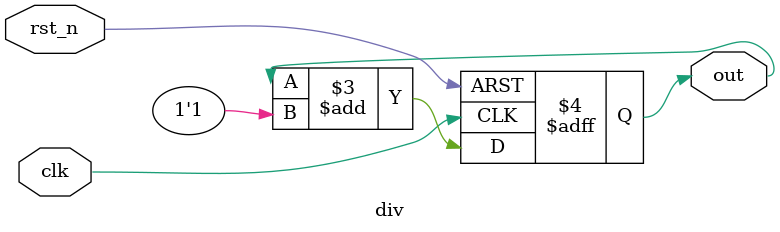
<source format=v>
`timescale 1ns / 1ps
module div(
				input clk,		//外部输入25MHz时钟信号
				input rst_n,	//外部输入复位信号，低电平有效
				output reg out
			);															
						
						
always @(posedge clk or negedge rst_n)
	if(!rst_n) out <= 0;
	else out<=out+1'b1;


endmodule

</source>
